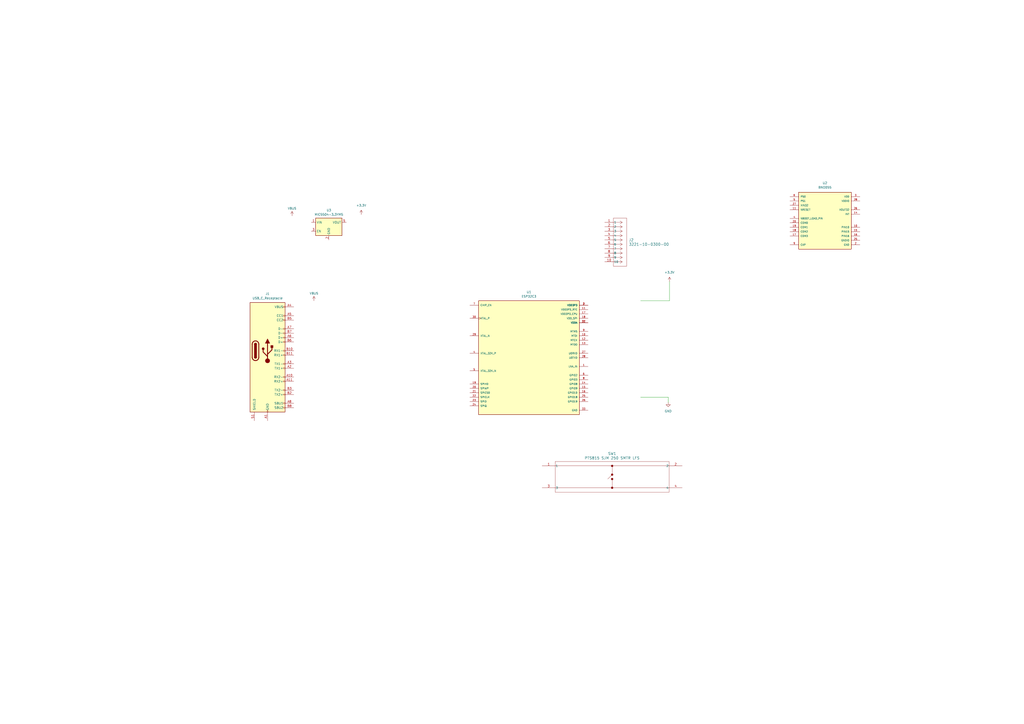
<source format=kicad_sch>
(kicad_sch (version 20230121) (generator eeschema)
  (paper "A2")
  (lib_symbols
    (symbol "3221-10-0300-00:3221-10-0300-00" (pin_names (offset 0.254))
      (property "Reference" "J" (at 8.89 6.35 0))
      (property "Value" "3221-10-0300-00" (at 0 0 0))
      (symbol "3221-10-0300-00_1_1"
        (polyline (pts (xy 5.08 -25.4) (xy 12.7 -25.4)) (stroke (width 0.127)))
        (polyline (pts (xy 5.08 2.54) (xy 5.08 -25.4)) (stroke (width 0.127)))
        (polyline (pts (xy 10.16 -22.86) (xy 5.08 -22.86)) (stroke (width 0.127)))
        (polyline (pts (xy 10.16 -22.86) (xy 8.89 -23.7067)) (stroke (width 0.127)))
        (polyline (pts (xy 10.16 -22.86) (xy 8.89 -22.0133)) (stroke (width 0.127)))
        (polyline (pts (xy 10.16 -20.32) (xy 5.08 -20.32)) (stroke (width 0.127)))
        (polyline (pts (xy 10.16 -20.32) (xy 8.89 -21.1667)) (stroke (width 0.127)))
        (polyline (pts (xy 10.16 -20.32) (xy 8.89 -19.4733)) (stroke (width 0.127)))
        (polyline (pts (xy 10.16 -17.78) (xy 5.08 -17.78)) (stroke (width 0.127)))
        (polyline (pts (xy 10.16 -17.78) (xy 8.89 -18.6267)) (stroke (width 0.127)))
        (polyline (pts (xy 10.16 -17.78) (xy 8.89 -16.9333)) (stroke (width 0.127)))
        (polyline (pts (xy 10.16 -15.24) (xy 5.08 -15.24)) (stroke (width 0.127)))
        (polyline (pts (xy 10.16 -15.24) (xy 8.89 -16.0867)) (stroke (width 0.127)))
        (polyline (pts (xy 10.16 -15.24) (xy 8.89 -14.3933)) (stroke (width 0.127)))
        (polyline (pts (xy 10.16 -12.7) (xy 5.08 -12.7)) (stroke (width 0.127)))
        (polyline (pts (xy 10.16 -12.7) (xy 8.89 -13.5467)) (stroke (width 0.127)))
        (polyline (pts (xy 10.16 -12.7) (xy 8.89 -11.8533)) (stroke (width 0.127)))
        (polyline (pts (xy 10.16 -10.16) (xy 5.08 -10.16)) (stroke (width 0.127)))
        (polyline (pts (xy 10.16 -10.16) (xy 8.89 -11.0067)) (stroke (width 0.127)))
        (polyline (pts (xy 10.16 -10.16) (xy 8.89 -9.3133)) (stroke (width 0.127)))
        (polyline (pts (xy 10.16 -7.62) (xy 5.08 -7.62)) (stroke (width 0.127)))
        (polyline (pts (xy 10.16 -7.62) (xy 8.89 -8.4667)) (stroke (width 0.127)))
        (polyline (pts (xy 10.16 -7.62) (xy 8.89 -6.7733)) (stroke (width 0.127)))
        (polyline (pts (xy 10.16 -5.08) (xy 5.08 -5.08)) (stroke (width 0.127)))
        (polyline (pts (xy 10.16 -5.08) (xy 8.89 -5.9267)) (stroke (width 0.127)))
        (polyline (pts (xy 10.16 -5.08) (xy 8.89 -4.2333)) (stroke (width 0.127)))
        (polyline (pts (xy 10.16 -2.54) (xy 5.08 -2.54)) (stroke (width 0.127)))
        (polyline (pts (xy 10.16 -2.54) (xy 8.89 -3.3867)) (stroke (width 0.127)))
        (polyline (pts (xy 10.16 -2.54) (xy 8.89 -1.6933)) (stroke (width 0.127)))
        (polyline (pts (xy 10.16 0) (xy 5.08 0)) (stroke (width 0.127)))
        (polyline (pts (xy 10.16 0) (xy 8.89 -0.8467)) (stroke (width 0.127)))
        (polyline (pts (xy 10.16 0) (xy 8.89 0.8467)) (stroke (width 0.127)))
        (polyline (pts (xy 12.7 -25.4) (xy 12.7 2.54)) (stroke (width 0.127)))
        (polyline (pts (xy 12.7 2.54) (xy 5.08 2.54)) (stroke (width 0.127)))
        (pin unspecified line (at 0 0 0) (length 5.08) (name "1") (number "1"))
        (pin unspecified line (at 0 -22.86 0) (length 5.08) (name "10") (number "10"))
        (pin unspecified line (at 0 -2.54 0) (length 5.08) (name "2") (number "2"))
        (pin unspecified line (at 0 -5.08 0) (length 5.08) (name "3") (number "3"))
        (pin unspecified line (at 0 -7.62 0) (length 5.08) (name "4") (number "4"))
        (pin unspecified line (at 0 -10.16 0) (length 5.08) (name "5") (number "5"))
        (pin unspecified line (at 0 -12.7 0) (length 5.08) (name "6") (number "6"))
        (pin unspecified line (at 0 -15.24 0) (length 5.08) (name "7") (number "7"))
        (pin unspecified line (at 0 -17.78 0) (length 5.08) (name "8") (number "8"))
        (pin unspecified line (at 0 -20.32 0) (length 5.08) (name "9") (number "9"))
      )
      (symbol "3221-10-0300-00_1_2"
        (polyline (pts (xy 5.08 -25.4) (xy 12.7 -25.4)) (stroke (width 0.127)))
        (polyline (pts (xy 5.08 2.54) (xy 5.08 -25.4)) (stroke (width 0.127)))
        (polyline (pts (xy 7.62 -22.86) (xy 5.08 -22.86)) (stroke (width 0.127)))
        (polyline (pts (xy 7.62 -22.86) (xy 8.89 -23.7067)) (stroke (width 0.127)))
        (polyline (pts (xy 7.62 -22.86) (xy 8.89 -22.0133)) (stroke (width 0.127)))
        (polyline (pts (xy 7.62 -20.32) (xy 5.08 -20.32)) (stroke (width 0.127)))
        (polyline (pts (xy 7.62 -20.32) (xy 8.89 -21.1667)) (stroke (width 0.127)))
        (polyline (pts (xy 7.62 -20.32) (xy 8.89 -19.4733)) (stroke (width 0.127)))
        (polyline (pts (xy 7.62 -17.78) (xy 5.08 -17.78)) (stroke (width 0.127)))
        (polyline (pts (xy 7.62 -17.78) (xy 8.89 -18.6267)) (stroke (width 0.127)))
        (polyline (pts (xy 7.62 -17.78) (xy 8.89 -16.9333)) (stroke (width 0.127)))
        (polyline (pts (xy 7.62 -15.24) (xy 5.08 -15.24)) (stroke (width 0.127)))
        (polyline (pts (xy 7.62 -15.24) (xy 8.89 -16.0867)) (stroke (width 0.127)))
        (polyline (pts (xy 7.62 -15.24) (xy 8.89 -14.3933)) (stroke (width 0.127)))
        (polyline (pts (xy 7.62 -12.7) (xy 5.08 -12.7)) (stroke (width 0.127)))
        (polyline (pts (xy 7.62 -12.7) (xy 8.89 -13.5467)) (stroke (width 0.127)))
        (polyline (pts (xy 7.62 -12.7) (xy 8.89 -11.8533)) (stroke (width 0.127)))
        (polyline (pts (xy 7.62 -10.16) (xy 5.08 -10.16)) (stroke (width 0.127)))
        (polyline (pts (xy 7.62 -10.16) (xy 8.89 -11.0067)) (stroke (width 0.127)))
        (polyline (pts (xy 7.62 -10.16) (xy 8.89 -9.3133)) (stroke (width 0.127)))
        (polyline (pts (xy 7.62 -7.62) (xy 5.08 -7.62)) (stroke (width 0.127)))
        (polyline (pts (xy 7.62 -7.62) (xy 8.89 -8.4667)) (stroke (width 0.127)))
        (polyline (pts (xy 7.62 -7.62) (xy 8.89 -6.7733)) (stroke (width 0.127)))
        (polyline (pts (xy 7.62 -5.08) (xy 5.08 -5.08)) (stroke (width 0.127)))
        (polyline (pts (xy 7.62 -5.08) (xy 8.89 -5.9267)) (stroke (width 0.127)))
        (polyline (pts (xy 7.62 -5.08) (xy 8.89 -4.2333)) (stroke (width 0.127)))
        (polyline (pts (xy 7.62 -2.54) (xy 5.08 -2.54)) (stroke (width 0.127)))
        (polyline (pts (xy 7.62 -2.54) (xy 8.89 -3.3867)) (stroke (width 0.127)))
        (polyline (pts (xy 7.62 -2.54) (xy 8.89 -1.6933)) (stroke (width 0.127)))
        (polyline (pts (xy 7.62 0) (xy 5.08 0)) (stroke (width 0.127)))
        (polyline (pts (xy 7.62 0) (xy 8.89 -0.8467)) (stroke (width 0.127)))
        (polyline (pts (xy 7.62 0) (xy 8.89 0.8467)) (stroke (width 0.127)))
        (polyline (pts (xy 12.7 -25.4) (xy 12.7 2.54)) (stroke (width 0.127)))
        (polyline (pts (xy 12.7 2.54) (xy 5.08 2.54)) (stroke (width 0.127)))
        (pin unspecified line (at 0 0 0) (length 5.08) (name "1") (number "1"))
        (pin unspecified line (at 0 -22.86 0) (length 5.08) (name "10") (number "10"))
        (pin unspecified line (at 0 -2.54 0) (length 5.08) (name "2") (number "2"))
        (pin unspecified line (at 0 -5.08 0) (length 5.08) (name "3") (number "3"))
        (pin unspecified line (at 0 -7.62 0) (length 5.08) (name "4") (number "4"))
        (pin unspecified line (at 0 -10.16 0) (length 5.08) (name "5") (number "5"))
        (pin unspecified line (at 0 -12.7 0) (length 5.08) (name "6") (number "6"))
        (pin unspecified line (at 0 -15.24 0) (length 5.08) (name "7") (number "7"))
        (pin unspecified line (at 0 -17.78 0) (length 5.08) (name "8") (number "8"))
        (pin unspecified line (at 0 -20.32 0) (length 5.08) (name "9") (number "9"))
      )
    )
    (symbol "BNO055:BNO055" (pin_names (offset 1.016))
      (property "Reference" "U" (at -14.7397 15.7562 0))
      (property "Value" "BNO055" (at -14.7607 -19.5962 0))
      (symbol "BNO055_0_0"
        (rectangle (start -15.24 -17.78) (end 15.24 15.24) (stroke (width 0.254)) (fill (type background)))
        (pin power_in line (at 20.32 -5.08 180) (length 5.08) (name "PIN10") (number "10"))
        (pin input line (at -20.32 5.08 0) (length 5.08) (name "NRESET") (number "11"))
        (pin output line (at 20.32 2.54 180) (length 5.08) (name "INT") (number "14"))
        (pin power_in line (at 20.32 -7.62 180) (length 5.08) (name "PIN15") (number "15"))
        (pin power_in line (at 20.32 -10.16 180) (length 5.08) (name "PIN16") (number "16"))
        (pin bidirectional line (at -20.32 -10.16 0) (length 5.08) (name "COM3") (number "17"))
        (pin bidirectional line (at -20.32 -7.62 0) (length 5.08) (name "COM2") (number "18"))
        (pin bidirectional line (at -20.32 -5.08 0) (length 5.08) (name "COM1") (number "19"))
        (pin power_in line (at 20.32 -15.24 180) (length 5.08) (name "GND") (number "2"))
        (pin bidirectional line (at -20.32 -2.54 0) (length 5.08) (name "COM0") (number "20"))
        (pin power_in line (at 20.32 -12.7 180) (length 5.08) (name "GNDIO") (number "25"))
        (pin output line (at 20.32 5.08 180) (length 5.08) (name "XOUT32") (number "26"))
        (pin input line (at -20.32 7.62 0) (length 5.08) (name "XIN32") (number "27"))
        (pin power_in line (at 20.32 10.16 180) (length 5.08) (name "VDDIO") (number "28"))
        (pin power_in line (at 20.32 12.7 180) (length 5.08) (name "VDD") (number "3"))
        (pin bidirectional line (at -20.32 0 0) (length 5.08) (name "NBOOT_LOAD_PIN") (number "4"))
        (pin input line (at -20.32 10.16 0) (length 5.08) (name "PS1") (number "5"))
        (pin input line (at -20.32 12.7 0) (length 5.08) (name "PS0") (number "6"))
        (pin passive line (at -20.32 -15.24 0) (length 5.08) (name "CAP") (number "9"))
      )
    )
    (symbol "Connector:USB_C_Receptacle" (pin_names (offset 1.016))
      (property "Reference" "J" (at -10.16 29.21 0))
      (property "Value" "USB_C_Receptacle" (at 10.16 29.21 0))
      (symbol "USB_C_Receptacle_0_0"
        (rectangle (start -0.254 -35.56) (end 0.254 -34.544))
        (rectangle (start 10.16 -32.766) (end 9.144 -33.274))
        (rectangle (start 10.16 -30.226) (end 9.144 -30.734))
        (rectangle (start 10.16 -25.146) (end 9.144 -25.654))
        (rectangle (start 10.16 -22.606) (end 9.144 -23.114))
        (rectangle (start 10.16 -17.526) (end 9.144 -18.034))
        (rectangle (start 10.16 -14.986) (end 9.144 -15.494))
        (rectangle (start 10.16 -9.906) (end 9.144 -10.414))
        (rectangle (start 10.16 -7.366) (end 9.144 -7.874))
        (rectangle (start 10.16 -2.286) (end 9.144 -2.794))
        (rectangle (start 10.16 0.254) (end 9.144 -0.254))
        (rectangle (start 10.16 5.334) (end 9.144 4.826))
        (rectangle (start 10.16 7.874) (end 9.144 7.366))
        (rectangle (start 10.16 10.414) (end 9.144 9.906))
        (rectangle (start 10.16 12.954) (end 9.144 12.446))
        (rectangle (start 10.16 18.034) (end 9.144 17.526))
        (rectangle (start 10.16 20.574) (end 9.144 20.066))
        (rectangle (start 10.16 25.654) (end 9.144 25.146))
      )
      (symbol "USB_C_Receptacle_0_1"
        (rectangle (start -10.16 27.94) (end 10.16 -35.56) (stroke (width 0.254)) (fill (type background)))
        (arc (start -8.89 -3.81) (mid -6.985 -5.7067) (end -5.08 -3.81) (stroke (width 0.508)))
        (arc (start -7.62 -3.81) (mid -6.985 -4.4423) (end -6.35 -3.81) (stroke (width 0.254)))
        (arc (start -7.62 -3.81) (mid -6.985 -4.4423) (end -6.35 -3.81) (stroke (width 0.254)) (fill (type outline)))
        (rectangle (start -7.62 -3.81) (end -6.35 3.81) (stroke (width 0.254)) (fill (type outline)))
        (arc (start -6.35 3.81) (mid -6.985 4.4423) (end -7.62 3.81) (stroke (width 0.254)))
        (arc (start -6.35 3.81) (mid -6.985 4.4423) (end -7.62 3.81) (stroke (width 0.254)) (fill (type outline)))
        (arc (start -5.08 3.81) (mid -6.985 5.7067) (end -8.89 3.81) (stroke (width 0.508)))
        (polyline (pts (xy -8.89 -3.81) (xy -8.89 3.81)) (stroke (width 0.508)))
        (polyline (pts (xy -5.08 3.81) (xy -5.08 -3.81)) (stroke (width 0.508)))
      )
      (symbol "USB_C_Receptacle_1_1"
        (circle (center -2.54 1.143) (radius 0.635) (stroke (width 0.254)) (fill (type outline)))
        (circle (center 0 -5.842) (radius 1.27) (fill (type outline)))
        (polyline (pts (xy 0 -5.842) (xy 0 4.318)) (stroke (width 0.508)))
        (polyline (pts (xy 0 -3.302) (xy -2.54 -0.762) (xy -2.54 0.508)) (stroke (width 0.508)))
        (polyline (pts (xy 0 -2.032) (xy 2.54 0.508) (xy 2.54 1.778)) (stroke (width 0.508)))
        (polyline (pts (xy -1.27 4.318) (xy 0 6.858) (xy 1.27 4.318) (xy -1.27 4.318)) (stroke (width 0.254)) (fill (type outline)))
        (rectangle (start 1.905 1.778) (end 3.175 3.048) (stroke (width 0.254)) (fill (type outline)))
        (pin passive line (at 0 -40.64 90) (length 5.08) (name "GND") (number "A1"))
        (pin bidirectional line (at 15.24 -15.24 180) (length 5.08) (name "RX2-") (number "A10"))
        (pin bidirectional line (at 15.24 -17.78 180) (length 5.08) (name "RX2+") (number "A11"))
        (pin passive line (at 0 -40.64 90) (length 5.08) hide (name "GND") (number "A12"))
        (pin bidirectional line (at 15.24 -10.16 180) (length 5.08) (name "TX1+") (number "A2"))
        (pin bidirectional line (at 15.24 -7.62 180) (length 5.08) (name "TX1-") (number "A3"))
        (pin passive line (at 15.24 25.4 180) (length 5.08) (name "VBUS") (number "A4"))
        (pin bidirectional line (at 15.24 20.32 180) (length 5.08) (name "CC1") (number "A5"))
        (pin bidirectional line (at 15.24 7.62 180) (length 5.08) (name "D+") (number "A6"))
        (pin bidirectional line (at 15.24 12.7 180) (length 5.08) (name "D-") (number "A7"))
        (pin bidirectional line (at 15.24 -30.48 180) (length 5.08) (name "SBU1") (number "A8"))
        (pin passive line (at 15.24 25.4 180) (length 5.08) hide (name "VBUS") (number "A9"))
        (pin passive line (at 0 -40.64 90) (length 5.08) hide (name "GND") (number "B1"))
        (pin bidirectional line (at 15.24 0 180) (length 5.08) (name "RX1-") (number "B10"))
        (pin bidirectional line (at 15.24 -2.54 180) (length 5.08) (name "RX1+") (number "B11"))
        (pin passive line (at 0 -40.64 90) (length 5.08) hide (name "GND") (number "B12"))
        (pin bidirectional line (at 15.24 -25.4 180) (length 5.08) (name "TX2+") (number "B2"))
        (pin bidirectional line (at 15.24 -22.86 180) (length 5.08) (name "TX2-") (number "B3"))
        (pin passive line (at 15.24 25.4 180) (length 5.08) hide (name "VBUS") (number "B4"))
        (pin bidirectional line (at 15.24 17.78 180) (length 5.08) (name "CC2") (number "B5"))
        (pin bidirectional line (at 15.24 5.08 180) (length 5.08) (name "D+") (number "B6"))
        (pin bidirectional line (at 15.24 10.16 180) (length 5.08) (name "D-") (number "B7"))
        (pin bidirectional line (at 15.24 -33.02 180) (length 5.08) (name "SBU2") (number "B8"))
        (pin passive line (at 15.24 25.4 180) (length 5.08) hide (name "VBUS") (number "B9"))
        (pin passive line (at -7.62 -40.64 90) (length 5.08) (name "SHIELD") (number "S1"))
      )
    )
    (symbol "ESP32C3:ESP32C3" (pin_names (offset 1.016))
      (property "Reference" "U" (at -30.48 33.782 0))
      (property "Value" "ESP32C3" (at -30.48 -33.782 0))
      (symbol "ESP32C3_0_0"
        (rectangle (start -30.48 -33.02) (end 27.94 33.02) (stroke (width 0.254)) (fill (type background)))
        (pin bidirectional line (at 33.02 -5.08 180) (length 5.08) (name "LNA_IN") (number "1"))
        (pin bidirectional line (at 33.02 12.7 180) (length 5.08) (name "MTDI") (number "10"))
        (pin power_in line (at 33.02 27.94 180) (length 5.08) (name "VDD3P3_RTC") (number "11"))
        (pin bidirectional line (at 33.02 10.16 180) (length 5.08) (name "MTCK") (number "12"))
        (pin bidirectional line (at 33.02 7.62 180) (length 5.08) (name "MTDO") (number "13"))
        (pin bidirectional line (at 33.02 -15.24 180) (length 5.08) (name "GPIO8") (number "14"))
        (pin bidirectional line (at 33.02 -17.78 180) (length 5.08) (name "GPIO9") (number "15"))
        (pin bidirectional line (at 33.02 -20.32 180) (length 5.08) (name "GPIO10") (number "16"))
        (pin power_in line (at 33.02 25.4 180) (length 5.08) (name "VDD3P3_CPU") (number "17"))
        (pin power_in line (at 33.02 22.86 180) (length 5.08) (name "VDD_SPI") (number "18"))
        (pin bidirectional line (at -35.56 -15.24 0) (length 5.08) (name "SPIHD") (number "19"))
        (pin power_in line (at 33.02 30.48 180) (length 5.08) (name "VDD3P3") (number "2"))
        (pin bidirectional line (at -35.56 -17.78 0) (length 5.08) (name "SPIWP") (number "20"))
        (pin bidirectional line (at -35.56 -20.32 0) (length 5.08) (name "SPICS0") (number "21"))
        (pin bidirectional line (at -35.56 -22.86 0) (length 5.08) (name "SPICLK") (number "22"))
        (pin bidirectional line (at -35.56 -25.4 0) (length 5.08) (name "SPID") (number "23"))
        (pin bidirectional line (at -35.56 -27.94 0) (length 5.08) (name "SPIQ") (number "24"))
        (pin bidirectional line (at 33.02 -22.86 180) (length 5.08) (name "GPIO18") (number "25"))
        (pin bidirectional line (at 33.02 -25.4 180) (length 5.08) (name "GPIO19") (number "26"))
        (pin bidirectional line (at 33.02 2.54 180) (length 5.08) (name "U0RXD") (number "27"))
        (pin bidirectional line (at 33.02 0 180) (length 5.08) (name "U0TXD") (number "28"))
        (pin output line (at -35.56 12.7 0) (length 5.08) (name "XTAL_N") (number "29"))
        (pin power_in line (at 33.02 30.48 180) (length 5.08) (name "VDD3P3") (number "3"))
        (pin input clock (at -35.56 22.86 0) (length 5.08) (name "XTAL_P") (number "30"))
        (pin power_in line (at 33.02 20.32 180) (length 5.08) (name "VDDA") (number "31"))
        (pin power_in line (at 33.02 20.32 180) (length 5.08) (name "VDDA") (number "32"))
        (pin power_in line (at 33.02 -30.48 180) (length 5.08) (name "GND") (number "33"))
        (pin bidirectional line (at -35.56 2.54 0) (length 5.08) (name "XTAL_32K_P") (number "4"))
        (pin bidirectional line (at -35.56 -7.62 0) (length 5.08) (name "XTAL_32K_N") (number "5"))
        (pin bidirectional line (at 33.02 -10.16 180) (length 5.08) (name "GPIO2") (number "6"))
        (pin input line (at -35.56 30.48 0) (length 5.08) (name "CHIP_EN") (number "7"))
        (pin bidirectional line (at 33.02 -12.7 180) (length 5.08) (name "GPIO3") (number "8"))
        (pin bidirectional line (at 33.02 15.24 180) (length 5.08) (name "MTMS") (number "9"))
      )
    )
    (symbol "PTS815:PTS815_SJM_250_SMTR_LFS" (pin_names (offset 0.254))
      (property "Reference" "SW" (at 40.64 7.62 0))
      (property "Value" "PTS815 SJM 250 SMTR LFS" (at 40.64 5.08 0))
      (symbol "PTS815_SJM_250_SMTR_LFS_0_1"
        (polyline (pts (xy 7.62 -15.24) (xy 73.66 -15.24)) (stroke (width 0.127)))
        (polyline (pts (xy 7.62 0) (xy 73.66 0)) (stroke (width 0.127)))
        (polyline (pts (xy 7.62 2.54) (xy 7.62 -15.24)) (stroke (width 0.127)))
        (polyline (pts (xy 38.1 -7.62) (xy 40.64 -5.08)) (stroke (width 0.127)))
        (polyline (pts (xy 40.64 -7.62) (xy 40.64 -12.7)) (stroke (width 0.127)))
        (polyline (pts (xy 40.64 -5.08) (xy 40.64 0)) (stroke (width 0.127)))
        (polyline (pts (xy 73.66 -15.24) (xy 73.66 2.54)) (stroke (width 0.127)))
        (polyline (pts (xy 73.66 -12.7) (xy 7.62 -12.7)) (stroke (width 0.127)))
        (polyline (pts (xy 73.66 2.54) (xy 7.62 2.54)) (stroke (width 0.127)))
        (circle (center 40.64 -12.7) (radius 0.127) (stroke (width 0.508)))
        (circle (center 40.64 -7.62) (radius 0.127) (stroke (width 0.508)))
        (circle (center 40.64 -5.08) (radius 0.127) (stroke (width 0.508)))
        (circle (center 40.64 0) (radius 0.127) (stroke (width 0.508)))
        (pin unspecified line (at 0 0 0) (length 7.62) (name "1") (number "1"))
        (pin unspecified line (at 81.28 0 180) (length 7.62) (name "2") (number "2"))
        (pin unspecified line (at 0 -12.7 0) (length 7.62) (name "3") (number "3"))
        (pin unspecified line (at 81.28 -12.7 180) (length 7.62) (name "4") (number "4"))
      )
    )
    (symbol "Regulator_Linear:MIC5504-3.3YM5"
      (property "Reference" "U" (at -7.62 8.89 0))
      (property "Value" "MIC5504-3.3YM5" (at -7.62 6.35 0))
      (symbol "MIC5504-3.3YM5_0_1"
        (rectangle (start -7.62 -5.08) (end 7.62 5.08) (stroke (width 0.254)) (fill (type background)))
      )
      (symbol "MIC5504-3.3YM5_1_1"
        (pin power_in line (at -10.16 2.54 0) (length 2.54) (name "VIN") (number "1"))
        (pin power_in line (at 0 -7.62 90) (length 2.54) (name "GND") (number "2"))
        (pin input line (at -10.16 -2.54 0) (length 2.54) (name "EN") (number "3"))
        (pin no_connect line (at 7.62 -2.54 180) (length 2.54) hide (name "NC") (number "4"))
        (pin power_out line (at 10.16 2.54 180) (length 2.54) (name "VOUT") (number "5"))
      )
    )
    (symbol "power:+3.3V" (power) (pin_names (offset 0))
      (property "Value" "+3.3V" (at 0 3.556 0))
      (symbol "+3.3V_0_1"
        (polyline (pts (xy -0.762 1.27) (xy 0 2.54)))
        (polyline (pts (xy 0 0) (xy 0 2.54)))
        (polyline (pts (xy 0 2.54) (xy 0.762 1.27)))
      )
      (symbol "+3.3V_1_1"
        (pin power_in line (at 0 0 90) (length 0) hide (name "+3.3V") (number "1"))
      )
    )
    (symbol "power:GND" (power) (pin_names (offset 0))
      (property "Value" "GND" (at 0 -3.81 0))
      (symbol "GND_0_1"
        (polyline (pts (xy 0 0) (xy 0 -1.27) (xy 1.27 -1.27) (xy 0 -2.54) (xy -1.27 -1.27) (xy 0 -1.27)))
      )
      (symbol "GND_1_1"
        (pin power_in line (at 0 0 270) (length 0) hide (name "GND") (number "1"))
      )
    )
    (symbol "power:VBUS" (power) (pin_names (offset 0))
      (property "Value" "VBUS" (at 0 3.81 0))
      (symbol "VBUS_0_1"
        (polyline (pts (xy -0.762 1.27) (xy 0 2.54)))
        (polyline (pts (xy 0 0) (xy 0 2.54)))
        (polyline (pts (xy 0 2.54) (xy 0.762 1.27)))
      )
      (symbol "VBUS_1_1"
        (pin power_in line (at 0 0 90) (length 0) hide (name "VBUS") (number "1"))
      )
    )
  )
  (wire (pts (xy 388.366 174.498) (xy 371.602 174.498)))
  (wire (pts (xy 371.602 230.378) (xy 387.604 230.378)))
  (wire (pts (xy 388.366 163.322) (xy 388.366 174.498)))
  (wire (pts (xy 387.604 230.378) (xy 387.604 233.426)))
  (symbol (lib_id "power:VBUS") (at 182.118 174.498 0) (unit 1)
    (property "Reference" "#PWR03" (effects hide))
    (property "Value" "VBUS" (at 182.118 170.18 0))
  )
  (symbol (lib_id "power:+3.3V") (at 388.366 163.322 0) (unit 1)
    (property "Reference" "#PWR01" (effects hide))
    (property "Value" "+3.3V" (at 388.366 157.988 0))
  )
  (symbol (lib_id "3221-10-0300-00:3221-10-0300-00") (at 350.774 129.032 0) (unit 1)
    (property "Reference" "J2" (at 364.744 139.192 0) (effects (font (size 1.524 1.524)) (justify left)))
    (property "Value" "3221-10-0300-00" (at 364.744 141.732 0) (effects (font (size 1.524 1.524)) (justify left)))
    (property "Footprint" "CONN10_3221-10-0300-00_CNC" (effects hide))
    (property "Datasheet" "3221-10-0300-00" (effects hide))
  )
  (symbol (lib_id "Regulator_Linear:MIC5504-3.3YM5") (at 190.754 131.572 0) (unit 1)
    (property "Reference" "U3" (at 190.754 121.92 0))
    (property "Value" "MIC5504-3.3YM5" (at 190.754 124.46 0))
    (property "Footprint" "Package_TO_SOT_SMD:SOT-23-5" (effects hide))
    (property "Datasheet" "http://ww1.microchip.com/downloads/en/DeviceDoc/MIC550X.pdf" (effects hide))
  )
  (symbol (lib_id "power:VBUS") (at 169.418 125.222 0) (unit 1)
    (property "Reference" "#PWR04" (effects hide))
    (property "Value" "VBUS" (at 169.418 120.904 0))
  )
  (symbol (lib_id "PTS815:PTS815_SJM_250_SMTR_LFS") (at 314.452 270.256 0) (unit 1)
    (property "Reference" "SW1" (at 355.092 263.144 0) (effects (font (size 1.524 1.524))))
    (property "Value" "PTS815 SJM 250 SMTR LFS" (at 355.092 265.684 0) (effects (font (size 1.524 1.524))))
    (property "Footprint" "SW4_PTS815 SJM 250 SMTR LFS_CNK" (effects hide))
    (property "Datasheet" "PTS815 SJM 250 SMTR LFS" (effects hide))
  )
  (symbol (lib_id "BNO055:BNO055") (at 478.536 126.746 0) (unit 1)
    (property "Reference" "U2" (at 478.536 106.172 0))
    (property "Value" "BNO055" (at 478.536 108.712 0))
    (property "Footprint" "BNO055:LGA28R50P4X10_380X520X100" (effects hide))
    (property "MF" "Bosch" (effects hide))
    (property "Description" "\nBNO055 series Accelerometer, Gyroscope, Magnetometer, 3 Axis Sensor Evaluation Board\n" (effects hide))
    (property "Package" "LGA-28 Bosch" (effects hide))
    (property "Price" "None" (effects hide))
    (property "Check_prices" "https://www.snapeda.com/parts/BNO055/Bosch+Sensortec/view-part/?ref=eda" (effects hide))
    (property "SnapEDA_Link" "https://www.snapeda.com/parts/BNO055/Bosch+Sensortec/view-part/?ref=snap" (effects hide))
    (property "MP" "BNO055" (effects hide))
    (property "Purchase-URL" "https://www.snapeda.com/api/url_track_click_mouser/?unipart_id=51961&manufacturer=Bosch&part_name=BNO055&search_term=bno055" (effects hide))
    (property "Availability" "In Stock" (effects hide))
    (property "MANUFACTURER" "BOSCH" (effects hide))
  )
  (symbol (lib_id "ESP32C3:ESP32C3") (at 308.102 207.518 0) (unit 1)
    (property "Reference" "U1" (at 306.832 169.418 0))
    (property "Value" "ESP32C3" (at 306.832 171.958 0))
    (property "Footprint" "ESP32C3:QFN32_5X5MM" (effects hide))
    (property "MF" "Espressif Systems" (effects hide))
    (property "Description" "\nWiFi Modules (802.11) (Engineering Samples Only) SMD IC ESP32-C3, RISC-V single-core MCU, 2.4G Wi-Fi & BLE 5.0 combo, QFN 32-pin, 5*5 mm, 40 ~ 105C\n" (effects hide))
    (property "Package" "VFQFN-32 Espressif Systems" (effects hide))
    (property "Price" "None" (effects hide))
    (property "SnapEDA_Link" "https://www.snapeda.com/parts/ESP32-C3/Espressif+Systems/view-part/?ref=snap" (effects hide))
    (property "MP" "ESP32-C3" (effects hide))
    (property "Availability" "In Stock" (effects hide))
    (property "Check_prices" "https://www.snapeda.com/parts/ESP32-C3/Espressif+Systems/view-part/?ref=eda" (effects hide))
  )
  (symbol (lib_id "Connector:USB_C_Receptacle") (at 155.194 203.454 0) (unit 1)
    (property "Reference" "J1" (at 155.194 170.434 0))
    (property "Value" "USB_C_Receptacle" (at 155.194 172.974 0))
    (property "Footprint" "Connector_USB:USB_C_Receptacle_Molex_105450-0101-L" (effects hide))
    (property "Datasheet" "https://www.usb.org/sites/default/files/documents/usb_type-c.zip" (effects hide))
  )
  (symbol (lib_id "power:+3.3V") (at 209.55 124.46 0) (unit 1)
    (property "Reference" "#PWR05" (effects hide))
    (property "Value" "+3.3V" (at 209.55 119.126 0))
  )
  (symbol (lib_id "power:GND") (at 387.604 233.426 0) (unit 1)
    (property "Reference" "#PWR02" (effects hide))
    (property "Value" "GND" (at 387.604 238.506 0))
  )
)
</source>
